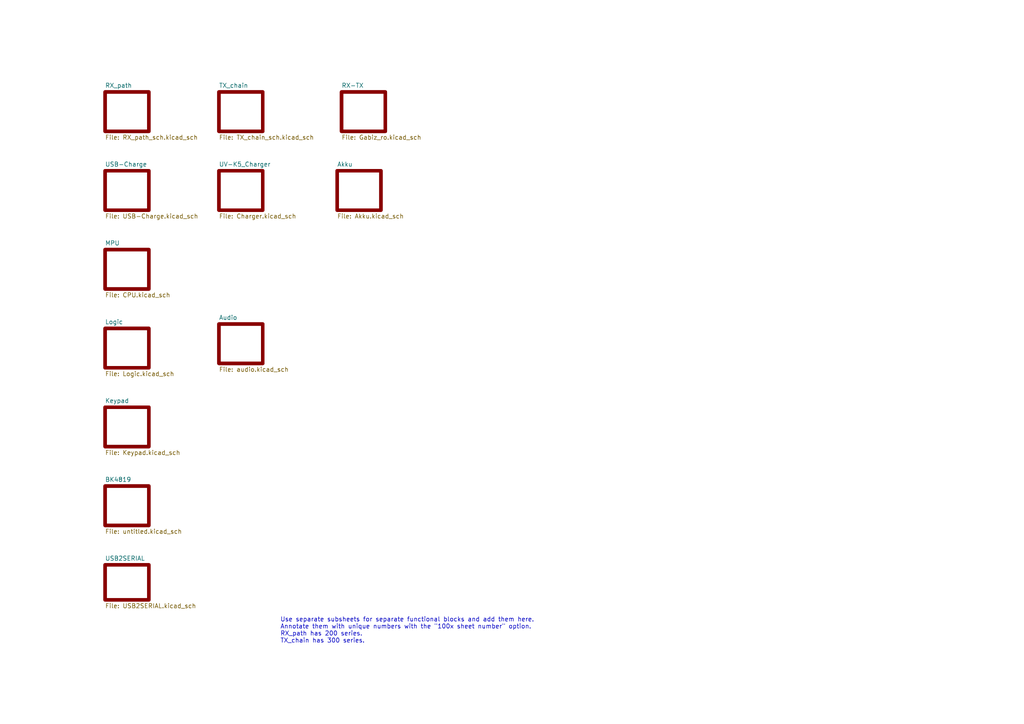
<source format=kicad_sch>
(kicad_sch (version 20230121) (generator eeschema)
  (paper "A4")
  (title_block (title "TOC Document Quansheng UV-K5") (date "2023-08-27") (company "Collected on https://github.com/ludwich66/Quansheng_UV-K5_Wiki/wiki"))
  (lib_symbols)
  (text "Use separate subsheets for separate functional blocks and add them here.\nAnnotate them with unique numbers with the \"100x sheet number\" option.\nRX_path has 200 series.\nTX_chain has 300 series." (at 81.28 186.69 0) (effects (font (size 1.27 1.27)) (justify left bottom)))
  (sheet (at 30.48 26.67) (size 12.7 11.43) (stroke (width 1))
    (property "Sheetname" "RX_path" (at 30.48 25.5346 0) (effects (justify left bottom)))
    (property "Sheetfile" "RX_path_sch.kicad_sch" (at 30.48 39.1084 0) (effects (justify left top)))
  )
  (sheet (at 63.5 93.98) (size 12.7 11.43) (stroke (width 1))
    (property "Sheetname" "Audio" (at 63.5 92.8446 0) (effects (justify left bottom)))
    (property "Sheetfile" "audio.kicad_sch" (at 63.5 106.4184 0) (effects (justify left top)))
  )
  (sheet (at 30.48 72.39) (size 12.7 11.43) (stroke (width 1))
    (property "Sheetname" "MPU" (at 30.48 71.2546 0) (effects (justify left bottom)))
    (property "Sheetfile" "CPU.kicad_sch" (at 30.48 84.8284 0) (effects (justify left top)))
  )
  (sheet (at 30.48 118.11) (size 12.7 11.43) (stroke (width 1))
    (property "Sheetname" "Keypad" (at 30.48 116.9746 0) (effects (justify left bottom)))
    (property "Sheetfile" "Keypad.kicad_sch" (at 30.48 130.5484 0) (effects (justify left top)))
  )
  (sheet (at 97.79 49.53) (size 12.7 11.43) (stroke (width 1))
    (property "Sheetname" "Akku" (at 97.79 48.3946 0) (effects (justify left bottom)))
    (property "Sheetfile" "Akku.kicad_sch" (at 97.79 61.9684 0) (effects (justify left top)))
  )
  (sheet (at 30.48 95.25) (size 12.7 11.43) (stroke (width 1))
    (property "Sheetname" "Logic" (at 30.48 94.1146 0) (effects (justify left bottom)))
    (property "Sheetfile" "Logic.kicad_sch" (at 30.48 107.6884 0) (effects (justify left top)))
  )
  (sheet (at 63.5 26.67) (size 12.7 11.43) (stroke (width 1))
    (property "Sheetname" "TX_chain" (at 63.5 25.5346 0) (effects (justify left bottom)))
    (property "Sheetfile" "TX_chain_sch.kicad_sch" (at 63.5 39.1084 0) (effects (justify left top)))
  )
  (sheet (at 99.06 26.67) (size 12.7 11.43) (stroke (width 1))
    (property "Sheetname" "RX-TX" (at 99.06 25.5346 0) (effects (justify left bottom)))
    (property "Sheetfile" "Gabiz_ro.kicad_sch" (at 99.06 39.1084 0) (effects (justify left top)))
  )
  (sheet (at 30.48 163.83) (size 12.7 10.16) (stroke (width 1))
    (property "Sheetname" "USB2SERIAL" (at 30.48 162.6946 0) (effects (justify left bottom)))
    (property "Sheetfile" "USB2SERIAL.kicad_sch" (at 30.48 174.9984 0) (effects (justify left top)))
  )
  (sheet (at 63.5 49.53) (size 12.7 11.43) (stroke (width 1))
    (property "Sheetname" "UV-K5_Charger" (at 63.5 48.3946 0) (effects (justify left bottom)))
    (property "Sheetfile" "Charger.kicad_sch" (at 63.5 61.9684 0) (effects (justify left top)))
  )
  (sheet (at 30.48 49.53) (size 12.7 11.43) (stroke (width 1))
    (property "Sheetname" "USB-Charge" (at 30.48 48.3946 0) (effects (justify left bottom)))
    (property "Sheetfile" "USB-Charge.kicad_sch" (at 30.48 61.9684 0) (effects (justify left top)))
  )
  (sheet (at 30.48 140.97) (size 12.7 11.43) (stroke (width 1))
    (property "Sheetname" "BK4819" (at 30.48 139.8346 0) (effects (justify left bottom)))
    (property "Sheetfile" "untitled.kicad_sch" (at 30.48 153.4084 0) (effects (justify left top)))
  )
)
</source>
